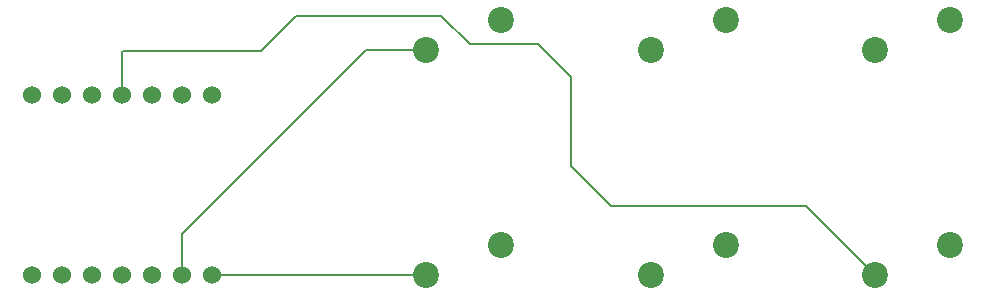
<source format=gbr>
%TF.GenerationSoftware,KiCad,Pcbnew,9.0.6*%
%TF.CreationDate,2026-01-03T14:52:23+08:00*%
%TF.ProjectId,HackPad,4861636b-5061-4642-9e6b-696361645f70,rev?*%
%TF.SameCoordinates,Original*%
%TF.FileFunction,Copper,L2,Bot*%
%TF.FilePolarity,Positive*%
%FSLAX46Y46*%
G04 Gerber Fmt 4.6, Leading zero omitted, Abs format (unit mm)*
G04 Created by KiCad (PCBNEW 9.0.6) date 2026-01-03 14:52:23*
%MOMM*%
%LPD*%
G01*
G04 APERTURE LIST*
%TA.AperFunction,ComponentPad*%
%ADD10C,2.200000*%
%TD*%
%TA.AperFunction,ComponentPad*%
%ADD11C,1.524000*%
%TD*%
%TA.AperFunction,Conductor*%
%ADD12C,0.200000*%
%TD*%
G04 APERTURE END LIST*
D10*
%TO.P,SW3,1,1*%
%TO.N,GND*%
X114781000Y-63120000D03*
%TO.P,SW3,2,2*%
%TO.N,Net-(U1-GPIO1{slash}RX)*%
X108431000Y-65660000D03*
%TD*%
%TO.P,SW1,1,1*%
%TO.N,GND*%
X95740000Y-63120000D03*
%TO.P,SW1,2,2*%
%TO.N,Net-(U1-GPIO7{slash}SCL)*%
X89390000Y-65660000D03*
%TD*%
%TO.P,SW5,1,1*%
%TO.N,GND*%
X133781000Y-63120000D03*
%TO.P,SW5,2,2*%
%TO.N,Net-(U1-GPIO4{slash}MISO)*%
X127431000Y-65660000D03*
%TD*%
%TO.P,SW6,1,1*%
%TO.N,GND*%
X133781000Y-82189500D03*
%TO.P,SW6,2,2*%
%TO.N,Net-(U1-GPIO3{slash}MOSI)*%
X127431000Y-84729500D03*
%TD*%
%TO.P,SW4,1,1*%
%TO.N,GND*%
X114781000Y-82189500D03*
%TO.P,SW4,2,2*%
%TO.N,Net-(U1-GPIO2{slash}SCK)*%
X108431000Y-84729500D03*
%TD*%
%TO.P,SW2,1,1*%
%TO.N,GND*%
X95740000Y-82189500D03*
%TO.P,SW2,2,2*%
%TO.N,Net-(U1-GPIO0{slash}TX)*%
X89390000Y-84729500D03*
%TD*%
D11*
%TO.P,U1,1,GPIO26/ADC0/A0*%
%TO.N,unconnected-(U1-GPIO26{slash}ADC0{slash}A0-Pad1)*%
X56100000Y-84720000D03*
%TO.P,U1,2,GPIO27/ADC1/A1*%
%TO.N,unconnected-(U1-GPIO27{slash}ADC1{slash}A1-Pad2)*%
X58640000Y-84720000D03*
%TO.P,U1,3,GPIO28/ADC2/A2*%
%TO.N,unconnected-(U1-GPIO28{slash}ADC2{slash}A2-Pad3)*%
X61180000Y-84720000D03*
%TO.P,U1,4,GPIO29/ADC3/A3*%
%TO.N,unconnected-(U1-GPIO29{slash}ADC3{slash}A3-Pad4)*%
X63720000Y-84720000D03*
%TO.P,U1,5,GPIO6/SDA*%
%TO.N,unconnected-(U1-GPIO6{slash}SDA-Pad5)*%
X66260000Y-84720000D03*
%TO.P,U1,6,GPIO7/SCL*%
%TO.N,Net-(U1-GPIO7{slash}SCL)*%
X68800000Y-84720000D03*
%TO.P,U1,7,GPIO0/TX*%
%TO.N,Net-(U1-GPIO0{slash}TX)*%
X71340000Y-84720000D03*
%TO.P,U1,8,GPIO1/RX*%
%TO.N,Net-(U1-GPIO1{slash}RX)*%
X71340000Y-69480000D03*
%TO.P,U1,9,GPIO2/SCK*%
%TO.N,Net-(U1-GPIO2{slash}SCK)*%
X68800000Y-69480000D03*
%TO.P,U1,10,GPIO4/MISO*%
%TO.N,Net-(U1-GPIO4{slash}MISO)*%
X66260000Y-69480000D03*
%TO.P,U1,11,GPIO3/MOSI*%
%TO.N,Net-(U1-GPIO3{slash}MOSI)*%
X63720000Y-69480000D03*
%TO.P,U1,12,3V3*%
%TO.N,unconnected-(U1-3V3-Pad12)*%
X61180000Y-69480000D03*
%TO.P,U1,13,GND*%
%TO.N,GND*%
X58640000Y-69480000D03*
%TO.P,U1,14,VBUS*%
%TO.N,+5V*%
X56100000Y-69480000D03*
%TD*%
D12*
%TO.N,Net-(U1-GPIO7{slash}SCL)*%
X89390000Y-65660000D02*
X88650000Y-66400000D01*
X68800000Y-81232900D02*
X84372900Y-65660000D01*
X84372900Y-65660000D02*
X89390000Y-65660000D01*
X68800000Y-84720000D02*
X68800000Y-81232900D01*
%TO.N,Net-(U1-GPIO0{slash}TX)*%
X85741000Y-84729500D02*
X85731500Y-84720000D01*
X85731500Y-84720000D02*
X71340000Y-84720000D01*
X89390000Y-84729500D02*
X85741000Y-84729500D01*
%TO.N,Net-(U1-GPIO3{slash}MOSI)*%
X105100000Y-78900000D02*
X101700000Y-75500000D01*
X93100000Y-65200000D02*
X90700000Y-62800000D01*
X101700000Y-68000000D02*
X98900000Y-65200000D01*
X98900000Y-65200000D02*
X93100000Y-65200000D01*
X121601500Y-78900000D02*
X105100000Y-78900000D01*
X101700000Y-75500000D02*
X101700000Y-68000000D01*
X127431000Y-84729500D02*
X121601500Y-78900000D01*
X90700000Y-62800000D02*
X78440000Y-62800000D01*
X63800000Y-65800000D02*
X63720000Y-65880000D01*
X78440000Y-62800000D02*
X75440000Y-65800000D01*
X75440000Y-65800000D02*
X63800000Y-65800000D01*
X63720000Y-65880000D02*
X63720000Y-69480000D01*
%TD*%
M02*

</source>
